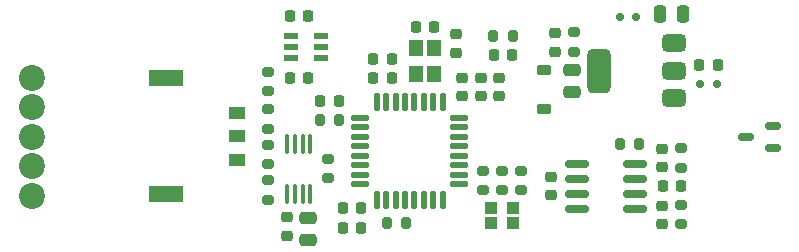
<source format=gtp>
G04 #@! TF.GenerationSoftware,KiCad,Pcbnew,8.0.2-1.fc40*
G04 #@! TF.CreationDate,2024-05-13T13:55:00+02:00*
G04 #@! TF.ProjectId,FT24-SLS,46543234-2d53-44c5-932e-6b696361645f,rev?*
G04 #@! TF.SameCoordinates,Original*
G04 #@! TF.FileFunction,Paste,Top*
G04 #@! TF.FilePolarity,Positive*
%FSLAX46Y46*%
G04 Gerber Fmt 4.6, Leading zero omitted, Abs format (unit mm)*
G04 Created by KiCad (PCBNEW 8.0.2-1.fc40) date 2024-05-13 13:55:00*
%MOMM*%
%LPD*%
G01*
G04 APERTURE LIST*
G04 Aperture macros list*
%AMRoundRect*
0 Rectangle with rounded corners*
0 $1 Rounding radius*
0 $2 $3 $4 $5 $6 $7 $8 $9 X,Y pos of 4 corners*
0 Add a 4 corners polygon primitive as box body*
4,1,4,$2,$3,$4,$5,$6,$7,$8,$9,$2,$3,0*
0 Add four circle primitives for the rounded corners*
1,1,$1+$1,$2,$3*
1,1,$1+$1,$4,$5*
1,1,$1+$1,$6,$7*
1,1,$1+$1,$8,$9*
0 Add four rect primitives between the rounded corners*
20,1,$1+$1,$2,$3,$4,$5,0*
20,1,$1+$1,$4,$5,$6,$7,0*
20,1,$1+$1,$6,$7,$8,$9,0*
20,1,$1+$1,$8,$9,$2,$3,0*%
G04 Aperture macros list end*
%ADD10RoundRect,0.225000X0.225000X0.250000X-0.225000X0.250000X-0.225000X-0.250000X0.225000X-0.250000X0*%
%ADD11RoundRect,0.200000X-0.275000X0.200000X-0.275000X-0.200000X0.275000X-0.200000X0.275000X0.200000X0*%
%ADD12RoundRect,0.225000X-0.225000X-0.250000X0.225000X-0.250000X0.225000X0.250000X-0.225000X0.250000X0*%
%ADD13RoundRect,0.200000X0.275000X-0.200000X0.275000X0.200000X-0.275000X0.200000X-0.275000X-0.200000X0*%
%ADD14RoundRect,0.250000X-0.475000X0.250000X-0.475000X-0.250000X0.475000X-0.250000X0.475000X0.250000X0*%
%ADD15RoundRect,0.225000X0.250000X-0.225000X0.250000X0.225000X-0.250000X0.225000X-0.250000X-0.225000X0*%
%ADD16RoundRect,0.200000X0.200000X0.275000X-0.200000X0.275000X-0.200000X-0.275000X0.200000X-0.275000X0*%
%ADD17R,1.000000X1.000000*%
%ADD18RoundRect,0.150000X-0.825000X-0.150000X0.825000X-0.150000X0.825000X0.150000X-0.825000X0.150000X0*%
%ADD19C,2.200000*%
%ADD20R,2.899999X1.350000*%
%ADD21R,1.450000X1.100000*%
%ADD22RoundRect,0.218750X0.256250X-0.218750X0.256250X0.218750X-0.256250X0.218750X-0.256250X-0.218750X0*%
%ADD23RoundRect,0.218750X0.218750X0.256250X-0.218750X0.256250X-0.218750X-0.256250X0.218750X-0.256250X0*%
%ADD24RoundRect,0.125000X-0.125000X0.625000X-0.125000X-0.625000X0.125000X-0.625000X0.125000X0.625000X0*%
%ADD25RoundRect,0.125000X-0.625000X0.125000X-0.625000X-0.125000X0.625000X-0.125000X0.625000X0.125000X0*%
%ADD26RoundRect,0.375000X0.625000X0.375000X-0.625000X0.375000X-0.625000X-0.375000X0.625000X-0.375000X0*%
%ADD27RoundRect,0.500000X0.500000X1.400000X-0.500000X1.400000X-0.500000X-1.400000X0.500000X-1.400000X0*%
%ADD28RoundRect,0.225000X-0.375000X0.225000X-0.375000X-0.225000X0.375000X-0.225000X0.375000X0.225000X0*%
%ADD29RoundRect,0.150000X-0.150000X-0.200000X0.150000X-0.200000X0.150000X0.200000X-0.150000X0.200000X0*%
%ADD30R,1.200000X0.600000*%
%ADD31RoundRect,0.200000X-0.200000X-0.275000X0.200000X-0.275000X0.200000X0.275000X-0.200000X0.275000X0*%
%ADD32RoundRect,0.150000X0.150000X0.200000X-0.150000X0.200000X-0.150000X-0.200000X0.150000X-0.200000X0*%
%ADD33RoundRect,0.225000X-0.250000X0.225000X-0.250000X-0.225000X0.250000X-0.225000X0.250000X0.225000X0*%
%ADD34RoundRect,0.150000X0.512500X0.150000X-0.512500X0.150000X-0.512500X-0.150000X0.512500X-0.150000X0*%
%ADD35RoundRect,0.100000X-0.100000X0.712500X-0.100000X-0.712500X0.100000X-0.712500X0.100000X0.712500X0*%
%ADD36RoundRect,0.250000X0.250000X0.475000X-0.250000X0.475000X-0.250000X-0.475000X0.250000X-0.475000X0*%
%ADD37R,1.200000X1.400000*%
G04 APERTURE END LIST*
D10*
X136975000Y-91000000D03*
X135425000Y-91000000D03*
D11*
X131000000Y-94675000D03*
X131000000Y-96325000D03*
D12*
X132825000Y-83800000D03*
X134375000Y-83800000D03*
D13*
X156900000Y-86825000D03*
X156900000Y-85175000D03*
D14*
X134400000Y-100850000D03*
X134400000Y-102750000D03*
D15*
X150600000Y-90575000D03*
X150600000Y-89025000D03*
D16*
X162425000Y-94600000D03*
X160775000Y-94600000D03*
D17*
X149875000Y-101325000D03*
X149875000Y-100075000D03*
X151725000Y-100075000D03*
X151725000Y-101325000D03*
D18*
X157125000Y-96295000D03*
X157125000Y-97565000D03*
X157125000Y-98835000D03*
X157125000Y-100105000D03*
X162075000Y-100105000D03*
X162075000Y-98835000D03*
X162075000Y-97565000D03*
X162075000Y-96295000D03*
D11*
X131000000Y-97675000D03*
X131000000Y-99325000D03*
D19*
X111025000Y-89000000D03*
X111025000Y-91500000D03*
X111025000Y-94000000D03*
X111025000Y-96500000D03*
X111025000Y-99000000D03*
D15*
X164400000Y-96575000D03*
X164400000Y-95025000D03*
D11*
X131000000Y-88500000D03*
X131000000Y-90150000D03*
D13*
X166000000Y-101425000D03*
X166000000Y-99775000D03*
D20*
X122375001Y-98855348D03*
X122375001Y-89065352D03*
D21*
X128350000Y-91960350D03*
X128350000Y-93960351D03*
X128350000Y-95960350D03*
D10*
X138875000Y-101700000D03*
X137325000Y-101700000D03*
D22*
X155300000Y-86787500D03*
X155300000Y-85212500D03*
D23*
X169087500Y-87900000D03*
X167512500Y-87900000D03*
D15*
X147400000Y-90575000D03*
X147400000Y-89025000D03*
D24*
X145800000Y-91025000D03*
X145000000Y-91025000D03*
X144200000Y-91025000D03*
X143400000Y-91025000D03*
X142600000Y-91025000D03*
X141800000Y-91025000D03*
X141000000Y-91025000D03*
X140200000Y-91025000D03*
D25*
X138825000Y-92400000D03*
X138825000Y-93200000D03*
X138825000Y-94000000D03*
X138825000Y-94800000D03*
X138825000Y-95600000D03*
X138825000Y-96400000D03*
X138825000Y-97200000D03*
X138825000Y-98000000D03*
D24*
X140200000Y-99375000D03*
X141000000Y-99375000D03*
X141800000Y-99375000D03*
X142600000Y-99375000D03*
X143400000Y-99375000D03*
X144200000Y-99375000D03*
X145000000Y-99375000D03*
X145800000Y-99375000D03*
D25*
X147175000Y-98000000D03*
X147175000Y-97200000D03*
X147175000Y-96400000D03*
X147175000Y-95600000D03*
X147175000Y-94800000D03*
X147175000Y-94000000D03*
X147175000Y-93200000D03*
X147175000Y-92400000D03*
D26*
X165350000Y-90700000D03*
X165350000Y-88400000D03*
X165350000Y-86100000D03*
D27*
X159050000Y-88400000D03*
D15*
X146900000Y-86875000D03*
X146900000Y-85325000D03*
X149000000Y-90575000D03*
X149000000Y-89025000D03*
D12*
X143500000Y-84700000D03*
X145050000Y-84700000D03*
D11*
X136100000Y-95875000D03*
X136100000Y-97525000D03*
D28*
X154400000Y-88350000D03*
X154400000Y-91650000D03*
D10*
X141461396Y-87400000D03*
X139911396Y-87400000D03*
D29*
X162200000Y-83900000D03*
X160800000Y-83900000D03*
D30*
X135450000Y-87350000D03*
X135450000Y-86400000D03*
X135450000Y-85450000D03*
X132950000Y-85450000D03*
X132950000Y-86400000D03*
X132950000Y-87350000D03*
D15*
X155000000Y-98975000D03*
X155000000Y-97425000D03*
D13*
X152400000Y-98525000D03*
X152400000Y-96875000D03*
D31*
X135375000Y-92600000D03*
X137025000Y-92600000D03*
D32*
X167600000Y-89500000D03*
X169000000Y-89500000D03*
D14*
X156700000Y-88350000D03*
X156700000Y-90250000D03*
D33*
X132600000Y-100825000D03*
X132600000Y-102375000D03*
D12*
X164425000Y-98200000D03*
X165975000Y-98200000D03*
D13*
X166000000Y-96625000D03*
X166000000Y-94975000D03*
D10*
X138875000Y-100000000D03*
X137325000Y-100000000D03*
D12*
X150125000Y-87100000D03*
X151675000Y-87100000D03*
D16*
X142725000Y-101300000D03*
X141075000Y-101300000D03*
D11*
X131000000Y-91675000D03*
X131000000Y-93325000D03*
D10*
X141461396Y-89000000D03*
X139911396Y-89000000D03*
D34*
X173737500Y-94950000D03*
X173737500Y-93050000D03*
X171462500Y-94000000D03*
D15*
X164400000Y-101375000D03*
X164400000Y-99825000D03*
D12*
X132825000Y-89000000D03*
X134375000Y-89000000D03*
D16*
X151725000Y-85500000D03*
X150075000Y-85500000D03*
D13*
X149200000Y-98525000D03*
X149200000Y-96875000D03*
D35*
X134575000Y-94587500D03*
X133925000Y-94587500D03*
X133275000Y-94587500D03*
X132625000Y-94587500D03*
X132625000Y-98812500D03*
X133275000Y-98812500D03*
X133925000Y-98812500D03*
X134575000Y-98812500D03*
D36*
X166100000Y-83600000D03*
X164200000Y-83600000D03*
D13*
X150800000Y-98525000D03*
X150800000Y-96875000D03*
D37*
X145100000Y-88700000D03*
X145100000Y-86500000D03*
X143500000Y-86500000D03*
X143500000Y-88700000D03*
M02*

</source>
